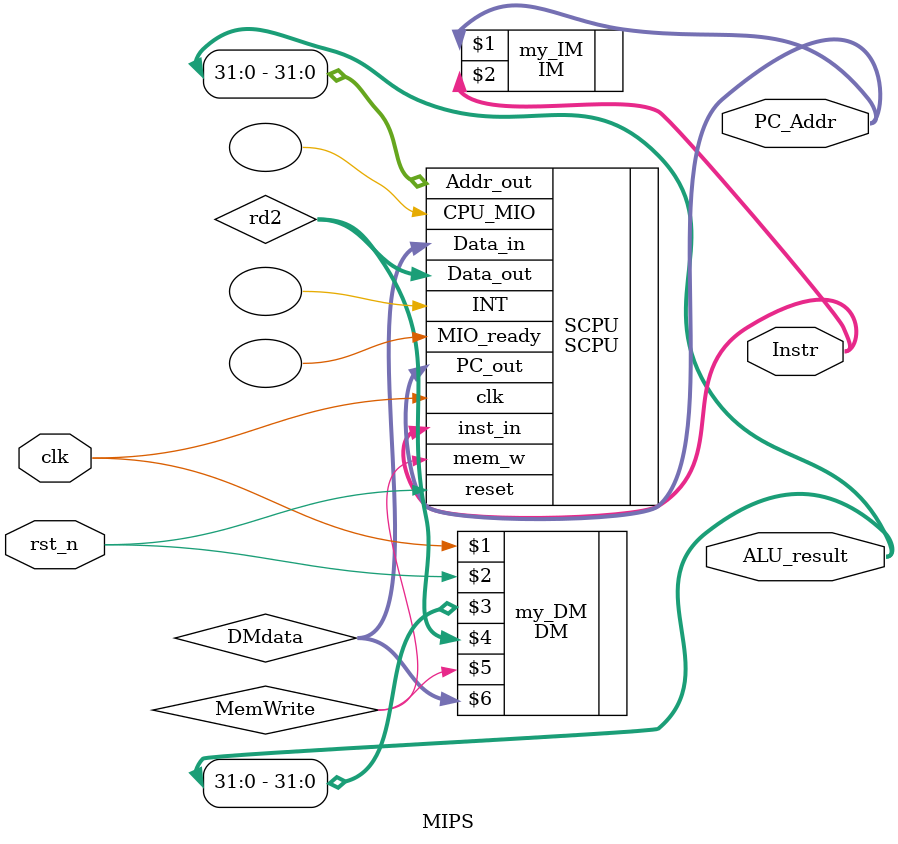
<source format=v>
`include "Instruction_def.v"
module MIPS(
  input         clk,
  input         rst_n,
  output [31:0] PC_Addr,
  output [31:0] Instr,
  output [63:0] ALU_result
  );
  wire        MemWrite;
  wire [31:0] DMdata, rd2;
  
  SCPU SCPU(.clk(clk), .reset(rst_n), .MIO_ready(), .inst_in(Instr), .Data_in(DMdata), .INT(), .mem_w(MemWrite),
            .PC_out(PC_Addr), .Addr_out({ALU_result[31:0]}), .Data_out(rd2), .CPU_MIO());
            
  IM my_IM(PC_Addr, Instr);//IF  
  DM my_DM(clk, rst_n, {ALU_result[31:0]}, rd2, MemWrite, DMdata);
endmodule

</source>
